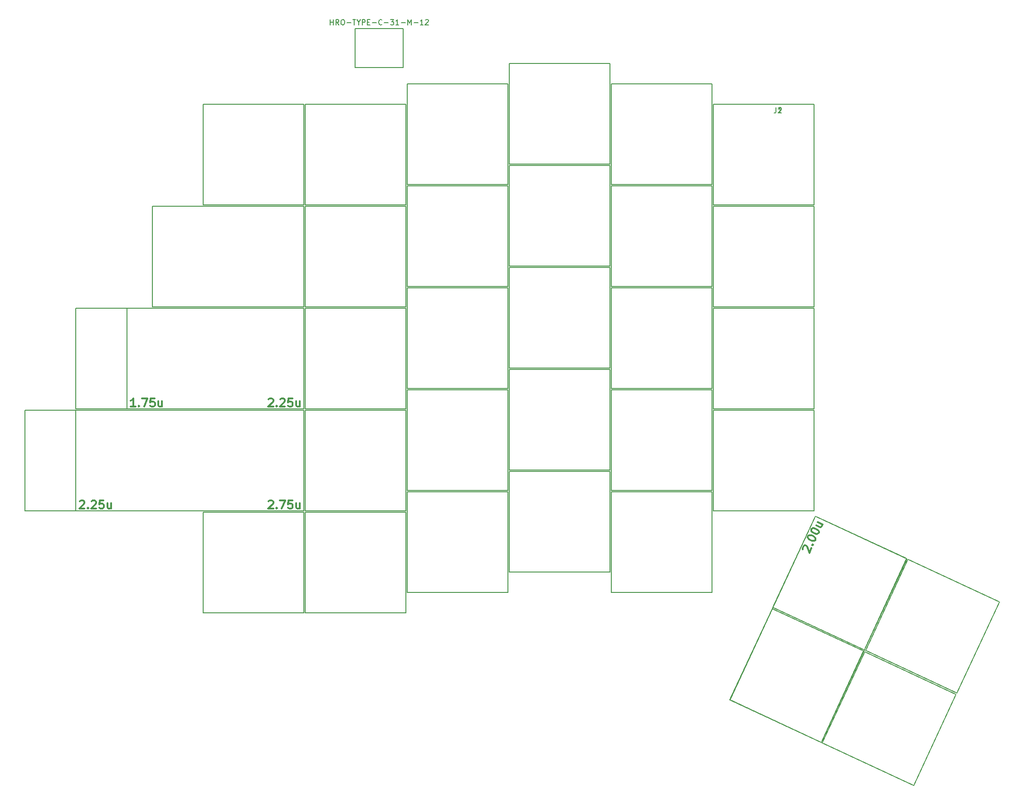
<source format=gbr>
G04 #@! TF.GenerationSoftware,KiCad,Pcbnew,(5.0.2)-1*
G04 #@! TF.CreationDate,2020-01-02T21:35:52+05:30*
G04 #@! TF.ProjectId,ergocape,6572676f-6361-4706-952e-6b696361645f,rev?*
G04 #@! TF.SameCoordinates,Original*
G04 #@! TF.FileFunction,Drawing*
%FSLAX46Y46*%
G04 Gerber Fmt 4.6, Leading zero omitted, Abs format (unit mm)*
G04 Created by KiCad (PCBNEW (5.0.2)-1) date 1/2/2020 9:35:52 PM*
%MOMM*%
%LPD*%
G01*
G04 APERTURE LIST*
%ADD10C,0.152400*%
%ADD11C,0.150000*%
%ADD12C,0.304800*%
G04 APERTURE END LIST*
D10*
G04 #@! TO.C,K_TH_1U_2*
X179202823Y-132518631D02*
X196237784Y-140462164D01*
X196237784Y-140462164D02*
X188294251Y-157497125D01*
X188294251Y-157497125D02*
X171259290Y-149553592D01*
X171259290Y-149553592D02*
X179202823Y-132518631D01*
G04 #@! TO.C,K_2*
X93789500Y-26479500D02*
X112585500Y-26479500D01*
X112585500Y-26479500D02*
X112585500Y-45275500D01*
X112585500Y-45275500D02*
X93789500Y-45275500D01*
X93789500Y-45275500D02*
X93789500Y-26479500D01*
G04 #@! TO.C,K_3*
X112839500Y-41465500D02*
X112839500Y-22669500D01*
X131635500Y-41465500D02*
X112839500Y-41465500D01*
X131635500Y-22669500D02*
X131635500Y-41465500D01*
X112839500Y-22669500D02*
X131635500Y-22669500D01*
G04 #@! TO.C,K_4*
X131889500Y-26479500D02*
X150685500Y-26479500D01*
X150685500Y-26479500D02*
X150685500Y-45275500D01*
X150685500Y-45275500D02*
X131889500Y-45275500D01*
X131889500Y-45275500D02*
X131889500Y-26479500D01*
G04 #@! TO.C,K_5*
X150939500Y-30289500D02*
X169735500Y-30289500D01*
X169735500Y-30289500D02*
X169735500Y-49085500D01*
X169735500Y-49085500D02*
X150939500Y-49085500D01*
X150939500Y-49085500D02*
X150939500Y-30289500D01*
G04 #@! TO.C,K_A1*
X74739500Y-68389500D02*
X93535500Y-68389500D01*
X93535500Y-68389500D02*
X93535500Y-87185500D01*
X93535500Y-87185500D02*
X74739500Y-87185500D01*
X74739500Y-87185500D02*
X74739500Y-68389500D01*
G04 #@! TO.C,K_ALT1*
X74739500Y-125285500D02*
X74739500Y-106489500D01*
X93535500Y-125285500D02*
X74739500Y-125285500D01*
X93535500Y-106489500D02*
X93535500Y-125285500D01*
X74739500Y-106489500D02*
X93535500Y-106489500D01*
G04 #@! TO.C,K_B1*
X150939500Y-106235500D02*
X150939500Y-87439500D01*
X169735500Y-106235500D02*
X150939500Y-106235500D01*
X169735500Y-87439500D02*
X169735500Y-106235500D01*
X150939500Y-87439500D02*
X169735500Y-87439500D01*
G04 #@! TO.C,K_BOT_1U_1*
X112776000Y-117602000D02*
X112776000Y-98806000D01*
X131572000Y-117602000D02*
X112776000Y-117602000D01*
X131572000Y-98806000D02*
X131572000Y-117602000D01*
X112776000Y-98806000D02*
X131572000Y-98806000D01*
G04 #@! TO.C,K_BOT_1U_2*
X131826000Y-121412000D02*
X131826000Y-102616000D01*
X150622000Y-121412000D02*
X131826000Y-121412000D01*
X150622000Y-102616000D02*
X150622000Y-121412000D01*
X131826000Y-102616000D02*
X150622000Y-102616000D01*
G04 #@! TO.C,K_C1*
X112839500Y-79819500D02*
X131635500Y-79819500D01*
X131635500Y-79819500D02*
X131635500Y-98615500D01*
X131635500Y-98615500D02*
X112839500Y-98615500D01*
X112839500Y-98615500D02*
X112839500Y-79819500D01*
G04 #@! TO.C,K_CAPS1*
X41400730Y-68389500D02*
X74486770Y-68389500D01*
X74486770Y-68389500D02*
X74486770Y-87185500D01*
X74486770Y-87185500D02*
X41400730Y-87185500D01*
X41400730Y-87185500D02*
X41400730Y-68389500D01*
G04 #@! TO.C,K_CTRL1*
X55689500Y-125285500D02*
X55689500Y-106489500D01*
X74485500Y-125285500D02*
X55689500Y-125285500D01*
X74485500Y-106489500D02*
X74485500Y-125285500D01*
X55689500Y-106489500D02*
X74485500Y-106489500D01*
G04 #@! TO.C,K_D1*
X112839500Y-60769500D02*
X131635500Y-60769500D01*
X131635500Y-60769500D02*
X131635500Y-79565500D01*
X131635500Y-79565500D02*
X112839500Y-79565500D01*
X112839500Y-79565500D02*
X112839500Y-60769500D01*
G04 #@! TO.C,K_E1*
X112839500Y-41719500D02*
X131635500Y-41719500D01*
X131635500Y-41719500D02*
X131635500Y-60515500D01*
X131635500Y-60515500D02*
X112839500Y-60515500D01*
X112839500Y-60515500D02*
X112839500Y-41719500D01*
G04 #@! TO.C,K_ENTER_rev_2.25u_1*
X74486770Y-87185500D02*
X74486770Y-68389500D01*
X31875730Y-87185500D02*
X74486770Y-87185500D01*
X31875730Y-68389500D02*
X31875730Y-87185500D01*
X74486770Y-68389500D02*
X31875730Y-68389500D01*
G04 #@! TO.C,K_ESC1*
X55689500Y-49085500D02*
X55689500Y-30289500D01*
X74485500Y-49085500D02*
X55689500Y-49085500D01*
X74485500Y-30289500D02*
X74485500Y-49085500D01*
X55689500Y-30289500D02*
X74485500Y-30289500D01*
G04 #@! TO.C,K_F1*
X131889500Y-83375500D02*
X131889500Y-64579500D01*
X150685500Y-83375500D02*
X131889500Y-83375500D01*
X150685500Y-64579500D02*
X150685500Y-83375500D01*
X131889500Y-64579500D02*
X150685500Y-64579500D01*
G04 #@! TO.C,K_G1*
X150939500Y-68389500D02*
X169735500Y-68389500D01*
X169735500Y-68389500D02*
X169735500Y-87185500D01*
X169735500Y-87185500D02*
X150939500Y-87185500D01*
X150939500Y-87185500D02*
X150939500Y-68389500D01*
G04 #@! TO.C,K_Q1*
X74739500Y-68135500D02*
X74739500Y-49339500D01*
X93535500Y-68135500D02*
X74739500Y-68135500D01*
X93535500Y-49339500D02*
X93535500Y-68135500D01*
X74739500Y-49339500D02*
X93535500Y-49339500D01*
G04 #@! TO.C,K_R1*
X131889500Y-64325500D02*
X131889500Y-45529500D01*
X150685500Y-64325500D02*
X131889500Y-64325500D01*
X150685500Y-45529500D02*
X150685500Y-64325500D01*
X131889500Y-45529500D02*
X150685500Y-45529500D01*
G04 #@! TO.C,K_S1*
X93789500Y-83375500D02*
X93789500Y-64579500D01*
X112585500Y-83375500D02*
X93789500Y-83375500D01*
X112585500Y-64579500D02*
X112585500Y-83375500D01*
X93789500Y-64579500D02*
X112585500Y-64579500D01*
G04 #@! TO.C,K_SHIFT1*
X31875730Y-87439500D02*
X74486770Y-87439500D01*
X74486770Y-87439500D02*
X74486770Y-106235500D01*
X74486770Y-106235500D02*
X31875730Y-106235500D01*
X31875730Y-106235500D02*
X31875730Y-87439500D01*
G04 #@! TO.C,K_SHIFT_REV_2.75_1*
X74486770Y-87439500D02*
X22350730Y-87439500D01*
X22350730Y-87439500D02*
X22350730Y-106235500D01*
X22350730Y-106235500D02*
X74486770Y-106235500D01*
X74486770Y-106235500D02*
X74486770Y-87439500D01*
G04 #@! TO.C,K_T1*
X150939500Y-49339500D02*
X169735500Y-49339500D01*
X169735500Y-49339500D02*
X169735500Y-68135500D01*
X169735500Y-68135500D02*
X150939500Y-68135500D01*
X150939500Y-68135500D02*
X150939500Y-49339500D01*
G04 #@! TO.C,K_TH_1U_1*
X187253702Y-115253468D02*
X204288663Y-123197001D01*
X204288663Y-123197001D02*
X196345130Y-140231962D01*
X196345130Y-140231962D02*
X179310169Y-132288429D01*
X179310169Y-132288429D02*
X187253702Y-115253468D01*
G04 #@! TO.C,K_V1*
X131889500Y-83629500D02*
X150685500Y-83629500D01*
X150685500Y-83629500D02*
X150685500Y-102425500D01*
X150685500Y-102425500D02*
X131889500Y-102425500D01*
X131889500Y-102425500D02*
X131889500Y-83629500D01*
G04 #@! TO.C,K_W1*
X93789500Y-45529500D02*
X112585500Y-45529500D01*
X112585500Y-45529500D02*
X112585500Y-64325500D01*
X112585500Y-64325500D02*
X93789500Y-64325500D01*
X93789500Y-64325500D02*
X93789500Y-45529500D01*
G04 #@! TO.C,K_WIN1*
X93789500Y-102679500D02*
X112585500Y-102679500D01*
X112585500Y-102679500D02*
X112585500Y-121475500D01*
X112585500Y-121475500D02*
X93789500Y-121475500D01*
X93789500Y-121475500D02*
X93789500Y-102679500D01*
G04 #@! TO.C,K_X1*
X93789500Y-102425500D02*
X93789500Y-83629500D01*
X112585500Y-102425500D02*
X93789500Y-102425500D01*
X112585500Y-83629500D02*
X112585500Y-102425500D01*
X93789500Y-83629500D02*
X112585500Y-83629500D01*
G04 #@! TO.C,K_Z1*
X74739500Y-106235500D02*
X74739500Y-87439500D01*
X93535500Y-106235500D02*
X74739500Y-106235500D01*
X93535500Y-87439500D02*
X93535500Y-106235500D01*
X74739500Y-87439500D02*
X93535500Y-87439500D01*
D11*
G04 #@! TO.C,USB_1*
X84049000Y-23429000D02*
X92989000Y-23429000D01*
X92989000Y-16129000D02*
X92989000Y-23429000D01*
X84049000Y-16129000D02*
X84049000Y-23429000D01*
X84049000Y-16129000D02*
X92989000Y-16129000D01*
D10*
G04 #@! TO.C,K_1*
X74739500Y-30289500D02*
X93535500Y-30289500D01*
X93535500Y-30289500D02*
X93535500Y-49085500D01*
X93535500Y-49085500D02*
X74739500Y-49085500D01*
X74739500Y-49085500D02*
X74739500Y-30289500D01*
G04 #@! TO.C,K_TAB1*
X74485500Y-49339500D02*
X46164500Y-49339500D01*
X46164500Y-49339500D02*
X46164500Y-68135500D01*
X46164500Y-68135500D02*
X74485500Y-68135500D01*
X74485500Y-68135500D02*
X74485500Y-49339500D01*
G04 #@! TO.C,K_THUMB_1U_4*
X169976329Y-107190737D02*
X187011290Y-115134270D01*
X187011290Y-115134270D02*
X179067757Y-132169231D01*
X179067757Y-132169231D02*
X162032796Y-124225698D01*
X162032796Y-124225698D02*
X169976329Y-107190737D01*
G04 #@! TO.C,K_THUMB_1U_3*
X171016879Y-149434394D02*
X153981918Y-141490861D01*
X153981918Y-141490861D02*
X161925451Y-124455900D01*
X161925451Y-124455900D02*
X178960412Y-132399433D01*
X178960412Y-132399433D02*
X171016879Y-149434394D01*
G04 #@! TO.C,K_THUMB_2U1*
X187023499Y-115146124D02*
X171029088Y-149446249D01*
X171029088Y-149446249D02*
X153994127Y-141502716D01*
X153994127Y-141502716D02*
X169988538Y-107202591D01*
X169988538Y-107202591D02*
X187023499Y-115146124D01*
G04 #@! TD*
G04 #@! TO.C,K_CAPS1*
D12*
X43015444Y-86731928D02*
X42144587Y-86731928D01*
X42580015Y-86731928D02*
X42580015Y-85207928D01*
X42434872Y-85425642D01*
X42289730Y-85570785D01*
X42144587Y-85643357D01*
X43668587Y-86586785D02*
X43741158Y-86659357D01*
X43668587Y-86731928D01*
X43596015Y-86659357D01*
X43668587Y-86586785D01*
X43668587Y-86731928D01*
X44249158Y-85207928D02*
X45265158Y-85207928D01*
X44612015Y-86731928D01*
X46571444Y-85207928D02*
X45845730Y-85207928D01*
X45773158Y-85933642D01*
X45845730Y-85861071D01*
X45990872Y-85788500D01*
X46353730Y-85788500D01*
X46498872Y-85861071D01*
X46571444Y-85933642D01*
X46644015Y-86078785D01*
X46644015Y-86441642D01*
X46571444Y-86586785D01*
X46498872Y-86659357D01*
X46353730Y-86731928D01*
X45990872Y-86731928D01*
X45845730Y-86659357D01*
X45773158Y-86586785D01*
X47950301Y-85715928D02*
X47950301Y-86731928D01*
X47297158Y-85715928D02*
X47297158Y-86514214D01*
X47369730Y-86659357D01*
X47514872Y-86731928D01*
X47732587Y-86731928D01*
X47877730Y-86659357D01*
X47950301Y-86586785D01*
G04 #@! TO.C,K_ENTER_rev_2.25u_1*
X67864627Y-85353071D02*
X67937198Y-85280500D01*
X68082341Y-85207928D01*
X68445198Y-85207928D01*
X68590341Y-85280500D01*
X68662912Y-85353071D01*
X68735484Y-85498214D01*
X68735484Y-85643357D01*
X68662912Y-85861071D01*
X67792055Y-86731928D01*
X68735484Y-86731928D01*
X69388627Y-86586785D02*
X69461198Y-86659357D01*
X69388627Y-86731928D01*
X69316055Y-86659357D01*
X69388627Y-86586785D01*
X69388627Y-86731928D01*
X70041770Y-85353071D02*
X70114341Y-85280500D01*
X70259484Y-85207928D01*
X70622341Y-85207928D01*
X70767484Y-85280500D01*
X70840055Y-85353071D01*
X70912627Y-85498214D01*
X70912627Y-85643357D01*
X70840055Y-85861071D01*
X69969198Y-86731928D01*
X70912627Y-86731928D01*
X72291484Y-85207928D02*
X71565770Y-85207928D01*
X71493198Y-85933642D01*
X71565770Y-85861071D01*
X71710912Y-85788500D01*
X72073770Y-85788500D01*
X72218912Y-85861071D01*
X72291484Y-85933642D01*
X72364055Y-86078785D01*
X72364055Y-86441642D01*
X72291484Y-86586785D01*
X72218912Y-86659357D01*
X72073770Y-86731928D01*
X71710912Y-86731928D01*
X71565770Y-86659357D01*
X71493198Y-86586785D01*
X73670341Y-85715928D02*
X73670341Y-86731928D01*
X73017198Y-85715928D02*
X73017198Y-86514214D01*
X73089770Y-86659357D01*
X73234912Y-86731928D01*
X73452627Y-86731928D01*
X73597770Y-86659357D01*
X73670341Y-86586785D01*
G04 #@! TO.C,K_SHIFT1*
X32619587Y-104403071D02*
X32692158Y-104330500D01*
X32837301Y-104257928D01*
X33200158Y-104257928D01*
X33345301Y-104330500D01*
X33417872Y-104403071D01*
X33490444Y-104548214D01*
X33490444Y-104693357D01*
X33417872Y-104911071D01*
X32547015Y-105781928D01*
X33490444Y-105781928D01*
X34143587Y-105636785D02*
X34216158Y-105709357D01*
X34143587Y-105781928D01*
X34071015Y-105709357D01*
X34143587Y-105636785D01*
X34143587Y-105781928D01*
X34796730Y-104403071D02*
X34869301Y-104330500D01*
X35014444Y-104257928D01*
X35377301Y-104257928D01*
X35522444Y-104330500D01*
X35595015Y-104403071D01*
X35667587Y-104548214D01*
X35667587Y-104693357D01*
X35595015Y-104911071D01*
X34724158Y-105781928D01*
X35667587Y-105781928D01*
X37046444Y-104257928D02*
X36320730Y-104257928D01*
X36248158Y-104983642D01*
X36320730Y-104911071D01*
X36465872Y-104838500D01*
X36828730Y-104838500D01*
X36973872Y-104911071D01*
X37046444Y-104983642D01*
X37119015Y-105128785D01*
X37119015Y-105491642D01*
X37046444Y-105636785D01*
X36973872Y-105709357D01*
X36828730Y-105781928D01*
X36465872Y-105781928D01*
X36320730Y-105709357D01*
X36248158Y-105636785D01*
X38425301Y-104765928D02*
X38425301Y-105781928D01*
X37772158Y-104765928D02*
X37772158Y-105564214D01*
X37844730Y-105709357D01*
X37989872Y-105781928D01*
X38207587Y-105781928D01*
X38352730Y-105709357D01*
X38425301Y-105636785D01*
G04 #@! TO.C,K_SHIFT_REV_2.75_1*
X67864627Y-104403071D02*
X67937198Y-104330500D01*
X68082341Y-104257928D01*
X68445198Y-104257928D01*
X68590341Y-104330500D01*
X68662912Y-104403071D01*
X68735484Y-104548214D01*
X68735484Y-104693357D01*
X68662912Y-104911071D01*
X67792055Y-105781928D01*
X68735484Y-105781928D01*
X69388627Y-105636785D02*
X69461198Y-105709357D01*
X69388627Y-105781928D01*
X69316055Y-105709357D01*
X69388627Y-105636785D01*
X69388627Y-105781928D01*
X69969198Y-104257928D02*
X70985198Y-104257928D01*
X70332055Y-105781928D01*
X72291484Y-104257928D02*
X71565770Y-104257928D01*
X71493198Y-104983642D01*
X71565770Y-104911071D01*
X71710912Y-104838500D01*
X72073770Y-104838500D01*
X72218912Y-104911071D01*
X72291484Y-104983642D01*
X72364055Y-105128785D01*
X72364055Y-105491642D01*
X72291484Y-105636785D01*
X72218912Y-105709357D01*
X72073770Y-105781928D01*
X71710912Y-105781928D01*
X71565770Y-105709357D01*
X71493198Y-105636785D01*
X73670341Y-104765928D02*
X73670341Y-105781928D01*
X73017198Y-104765928D02*
X73017198Y-105564214D01*
X73089770Y-105709357D01*
X73234912Y-105781928D01*
X73452627Y-105781928D01*
X73597770Y-105709357D01*
X73670341Y-105636785D01*
G04 #@! TO.C,USB_1*
D11*
X79376142Y-15431380D02*
X79376142Y-14431380D01*
X79376142Y-14907571D02*
X79947571Y-14907571D01*
X79947571Y-15431380D02*
X79947571Y-14431380D01*
X80995190Y-15431380D02*
X80661857Y-14955190D01*
X80423761Y-15431380D02*
X80423761Y-14431380D01*
X80804714Y-14431380D01*
X80899952Y-14479000D01*
X80947571Y-14526619D01*
X80995190Y-14621857D01*
X80995190Y-14764714D01*
X80947571Y-14859952D01*
X80899952Y-14907571D01*
X80804714Y-14955190D01*
X80423761Y-14955190D01*
X81614238Y-14431380D02*
X81804714Y-14431380D01*
X81899952Y-14479000D01*
X81995190Y-14574238D01*
X82042809Y-14764714D01*
X82042809Y-15098047D01*
X81995190Y-15288523D01*
X81899952Y-15383761D01*
X81804714Y-15431380D01*
X81614238Y-15431380D01*
X81519000Y-15383761D01*
X81423761Y-15288523D01*
X81376142Y-15098047D01*
X81376142Y-14764714D01*
X81423761Y-14574238D01*
X81519000Y-14479000D01*
X81614238Y-14431380D01*
X82471380Y-15050428D02*
X83233285Y-15050428D01*
X83566619Y-14431380D02*
X84138047Y-14431380D01*
X83852333Y-15431380D02*
X83852333Y-14431380D01*
X84661857Y-14955190D02*
X84661857Y-15431380D01*
X84328523Y-14431380D02*
X84661857Y-14955190D01*
X84995190Y-14431380D01*
X85328523Y-15431380D02*
X85328523Y-14431380D01*
X85709476Y-14431380D01*
X85804714Y-14479000D01*
X85852333Y-14526619D01*
X85899952Y-14621857D01*
X85899952Y-14764714D01*
X85852333Y-14859952D01*
X85804714Y-14907571D01*
X85709476Y-14955190D01*
X85328523Y-14955190D01*
X86328523Y-14907571D02*
X86661857Y-14907571D01*
X86804714Y-15431380D02*
X86328523Y-15431380D01*
X86328523Y-14431380D01*
X86804714Y-14431380D01*
X87233285Y-15050428D02*
X87995190Y-15050428D01*
X89042809Y-15336142D02*
X88995190Y-15383761D01*
X88852333Y-15431380D01*
X88757095Y-15431380D01*
X88614238Y-15383761D01*
X88519000Y-15288523D01*
X88471380Y-15193285D01*
X88423761Y-15002809D01*
X88423761Y-14859952D01*
X88471380Y-14669476D01*
X88519000Y-14574238D01*
X88614238Y-14479000D01*
X88757095Y-14431380D01*
X88852333Y-14431380D01*
X88995190Y-14479000D01*
X89042809Y-14526619D01*
X89471380Y-15050428D02*
X90233285Y-15050428D01*
X90614238Y-14431380D02*
X91233285Y-14431380D01*
X90899952Y-14812333D01*
X91042809Y-14812333D01*
X91138047Y-14859952D01*
X91185666Y-14907571D01*
X91233285Y-15002809D01*
X91233285Y-15240904D01*
X91185666Y-15336142D01*
X91138047Y-15383761D01*
X91042809Y-15431380D01*
X90757095Y-15431380D01*
X90661857Y-15383761D01*
X90614238Y-15336142D01*
X92185666Y-15431380D02*
X91614238Y-15431380D01*
X91899952Y-15431380D02*
X91899952Y-14431380D01*
X91804714Y-14574238D01*
X91709476Y-14669476D01*
X91614238Y-14717095D01*
X92614238Y-15050428D02*
X93376142Y-15050428D01*
X93852333Y-15431380D02*
X93852333Y-14431380D01*
X94185666Y-15145666D01*
X94519000Y-14431380D01*
X94519000Y-15431380D01*
X94995190Y-15050428D02*
X95757095Y-15050428D01*
X96757095Y-15431380D02*
X96185666Y-15431380D01*
X96471380Y-15431380D02*
X96471380Y-14431380D01*
X96376142Y-14574238D01*
X96280904Y-14669476D01*
X96185666Y-14717095D01*
X97138047Y-14526619D02*
X97185666Y-14479000D01*
X97280904Y-14431380D01*
X97519000Y-14431380D01*
X97614238Y-14479000D01*
X97661857Y-14526619D01*
X97709476Y-14621857D01*
X97709476Y-14717095D01*
X97661857Y-14859952D01*
X97090428Y-15431380D01*
X97709476Y-15431380D01*
G04 #@! TO.C,K_THUMB_2U1*
D12*
X167600975Y-113395978D02*
X167565873Y-113299536D01*
X167561441Y-113137322D01*
X167714791Y-112808462D01*
X167841903Y-112707588D01*
X167938345Y-112672486D01*
X168100559Y-112668054D01*
X168232103Y-112729394D01*
X168398749Y-112887176D01*
X168819974Y-114044481D01*
X169218684Y-113189444D01*
X169363170Y-112536156D02*
X169459612Y-112501054D01*
X169494714Y-112597496D01*
X169398272Y-112632598D01*
X169363170Y-112536156D01*
X169494714Y-112597496D01*
X168542881Y-111032617D02*
X168604221Y-110901073D01*
X168731333Y-110800198D01*
X168827775Y-110765096D01*
X168989989Y-110760664D01*
X169283747Y-110817572D01*
X169612608Y-110970922D01*
X169845026Y-111159375D01*
X169945900Y-111286487D01*
X169981002Y-111382929D01*
X169985434Y-111545143D01*
X169924094Y-111676687D01*
X169796982Y-111777561D01*
X169700540Y-111812663D01*
X169538326Y-111817095D01*
X169244567Y-111760187D01*
X168915707Y-111606837D01*
X168683289Y-111418385D01*
X168582415Y-111291273D01*
X168547313Y-111194831D01*
X168542881Y-111032617D01*
X169156281Y-109717176D02*
X169217621Y-109585632D01*
X169344733Y-109484757D01*
X169441175Y-109449655D01*
X169603389Y-109445223D01*
X169897148Y-109502131D01*
X170226008Y-109655481D01*
X170458426Y-109843934D01*
X170559300Y-109971046D01*
X170594402Y-110067488D01*
X170598834Y-110229702D01*
X170537494Y-110361246D01*
X170410382Y-110462120D01*
X170313940Y-110497222D01*
X170151726Y-110501654D01*
X169857968Y-110444746D01*
X169529107Y-110291396D01*
X169296689Y-110102944D01*
X169195815Y-109975832D01*
X169160713Y-109879390D01*
X169156281Y-109717176D01*
X170383436Y-108287564D02*
X171304244Y-108716945D01*
X170107406Y-108879513D02*
X170830898Y-109216883D01*
X170993112Y-109212451D01*
X171120224Y-109111577D01*
X171212234Y-108914261D01*
X171207802Y-108752047D01*
X171172700Y-108655605D01*
G04 #@! TO.C,J1*
D11*
X162623286Y-30881110D02*
X162623286Y-31595396D01*
X162575667Y-31738253D01*
X162480429Y-31833491D01*
X162337572Y-31881110D01*
X162242334Y-31881110D01*
X163623286Y-31881110D02*
X163051858Y-31881110D01*
X163337572Y-31881110D02*
X163337572Y-30881110D01*
X163242334Y-31023968D01*
X163147096Y-31119206D01*
X163051858Y-31166825D01*
G04 #@! TO.C,J2*
X162623286Y-30881110D02*
X162623286Y-31595396D01*
X162575667Y-31738253D01*
X162480429Y-31833491D01*
X162337572Y-31881110D01*
X162242334Y-31881110D01*
X163051858Y-30976349D02*
X163099477Y-30928730D01*
X163194715Y-30881110D01*
X163432810Y-30881110D01*
X163528048Y-30928730D01*
X163575667Y-30976349D01*
X163623286Y-31071587D01*
X163623286Y-31166825D01*
X163575667Y-31309682D01*
X163004239Y-31881110D01*
X163623286Y-31881110D01*
G04 #@! TD*
M02*

</source>
